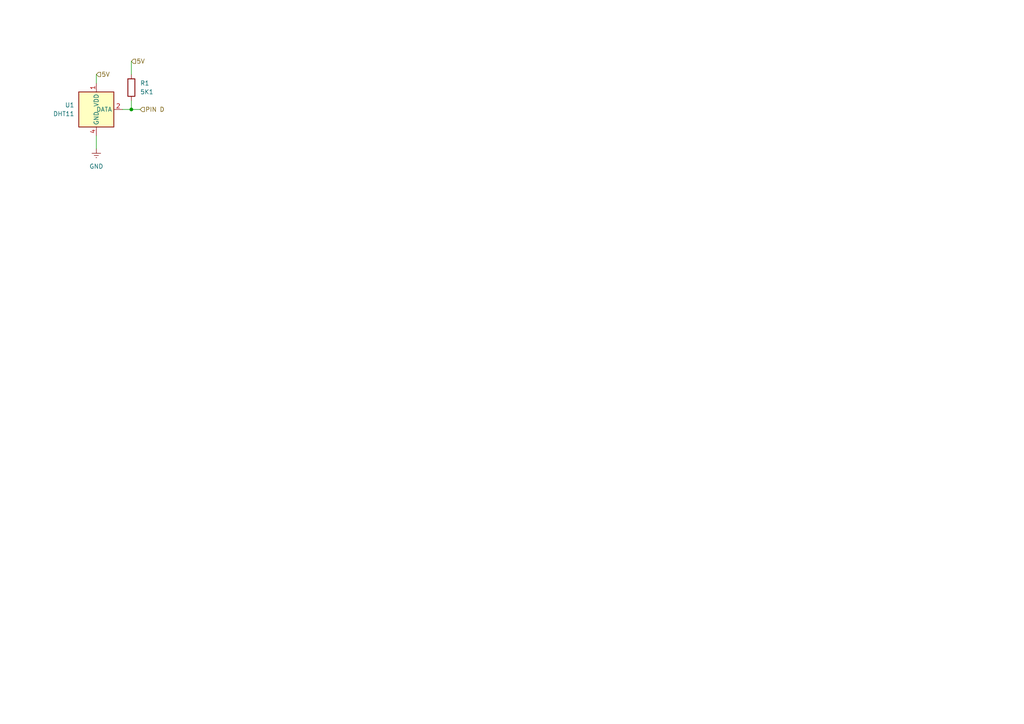
<source format=kicad_sch>
(kicad_sch (version 20231120) (generator "eeschema") (generator_version "8.0")
  (paper "A4")
  (lib_symbols
    (symbol "Device:R" (pin_numbers hide) (pin_names (offset 0))
      (property "Reference" "R" (at 2.032 0 90))
      (property "Value" "R" (at 0 0 90))
      (symbol "R_0_1"
        (rectangle (start -1.016 -2.54) (end 1.016 2.54) (stroke (width 0.254)))
      )
      (symbol "R_1_1"
        (pin passive line (at 0 3.81 270) (length 1.27) (name "~") (number "1"))
        (pin passive line (at 0 -3.81 90) (length 1.27) (name "~") (number "2"))
      )
    )
    (symbol "Sensor:DHT11"
      (property "Reference" "U" (at -3.81 6.35 0))
      (property "Value" "DHT11" (at 3.81 6.35 0))
      (symbol "DHT11_0_1"
        (rectangle (start -5.08 5.08) (end 5.08 -5.08) (stroke (width 0.254)) (fill (type background)))
      )
      (symbol "DHT11_1_1"
        (pin power_in line (at 0 7.62 270) (length 2.54) (name "VDD") (number "1"))
        (pin bidirectional line (at 7.62 0 180) (length 2.54) (name "DATA") (number "2"))
        (pin no_connect line (at -5.08 0 0) (length 2.54) hide (name "NC") (number "3"))
        (pin power_in line (at 0 -7.62 90) (length 2.54) (name "GND") (number "4"))
      )
    )
    (symbol "power:GNDREF" (power) (pin_numbers hide) (pin_names (offset 0) hide)
      (property "Value" "GNDREF" (at 0 -3.81 0))
      (symbol "GNDREF_0_1"
        (polyline (pts (xy -0.635 -1.905) (xy 0.635 -1.905)))
        (polyline (pts (xy -0.127 -2.54) (xy 0.127 -2.54)))
        (polyline (pts (xy 0 -1.27) (xy 0 0)))
        (polyline (pts (xy 1.27 -1.27) (xy -1.27 -1.27)))
      )
      (symbol "GNDREF_1_1"
        (pin power_in line (at 0 0 270) (length 0) (name "~") (number "1"))
      )
    )
  )
  (junction (at 38.1 31.75))
  (wire (pts (xy 35.56 31.75) (xy 38.1 31.75)))
  (wire (pts (xy 27.94 21.59) (xy 27.94 24.13)))
  (wire (pts (xy 27.94 39.37) (xy 27.94 43.18)))
  (wire (pts (xy 38.1 31.75) (xy 40.64 31.75)))
  (wire (pts (xy 38.1 17.78) (xy 38.1 21.59)))
  (wire (pts (xy 38.1 29.21) (xy 38.1 31.75)))
  (hierarchical_label "5V" (shape input) (at 38.1 17.78 0))
  (hierarchical_label "5V" (shape input) (at 27.94 21.59 0))
  (hierarchical_label "PIN D" (shape input) (at 40.64 31.75 0))
  (symbol (lib_id "Sensor:DHT11") (at 27.94 31.75 0) (unit 1)
    (property "Reference" "U1" (at 21.59 30.4799 0) (effects (justify right)))
    (property "Value" "DHT11" (at 21.59 33.0199 0) (effects (justify right)))
    (property "Footprint" "Sensor:Aosong_DHT11_5.5x12.0_P2.54mm" (effects (hide yes)))
    (property "Datasheet" "http://akizukidenshi.com/download/ds/aosong/DHT11.pdf" (effects (hide yes)))
    (property "Description" "3.3V to 5.5V, temperature and humidity module, DHT11" (effects (hide yes)))
  )
  (symbol (lib_id "Device:R") (at 38.1 25.4 0) (unit 1)
    (property "Reference" "R1" (at 40.64 24.1299 0) (effects (justify left)))
    (property "Value" "5K1" (at 40.64 26.6699 0) (effects (justify left)))
    (property "Footprint" "Resistor_THT:R_Axial_DIN0204_L3.6mm_D1.6mm_P5.08mm_Horizontal" (effects (hide yes)))
    (property "Description" "Resistor" (effects (hide yes)))
  )
  (symbol (lib_id "power:GNDREF") (at 27.94 43.18 0) (unit 1)
    (property "Reference" "#PWR01" (effects (hide yes)))
    (property "Value" "GND" (at 27.94 48.26 0))
    (property "Description" "Power symbol creates a global label with name \"GNDREF\" , reference supply ground" (effects (hide yes)))
  )
)
</source>
